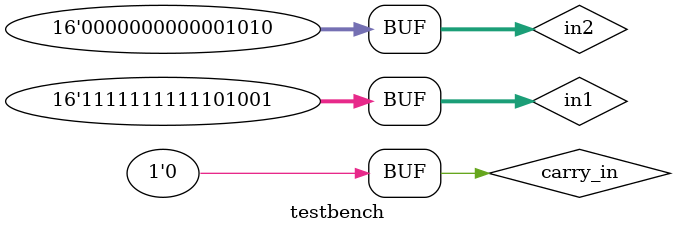
<source format=v>
`timescale 1ns/1ps
module CLA32bit(in1, in2, carry_in, sum, carry_out);
// input data length 
parameter data = 32;
// inputs
input [data -1 :0] in1;
input [data -1 :0] in2;
input carry_in;
//outputs
output [data -1 :0] sum;
output carry_out;

wire [data -1 :0] G; // carry generate
wire [data -1 :0] P; // carry propagate
wire [data :0] carry_tmp; // carry temporary

genvar j, i;
generate
 //carry_tmp = 0
 assign carry_tmp[0] = carry_in;
 
 //carry generator
 for(j = 0; j < data; j = j + 1) begin: carry_generator
	 assign G[j] = in1[j] & in2[j];
	 assign P[j] = in1[j] | in2[j];
	 assign carry_tmp[j+1] = G[j] | P[j] & carry_tmp[j];
	end
 
 //carry out 
 assign carry_out = carry_tmp[data];
 

 //Sum 
 for(i = 0; i < data; i = i+1) begin: sum_without_carry
		assign sum[i] = in1[i] ^ in2[i] ^ carry_tmp[i];
	end 
	
endgenerate

endmodule



module testbench();

parameter data = 16;

 reg carry_in; 
 reg [data-1:0] in1; 
 reg [data-1:0] in2; 
//
 wire carry_out; 
 wire [data-1:0] sum; 
 
CLA32bit cla1(/*AUTOINST*/
        //  Outputs
         .sum (sum[data-1:0]),
         .carry_out (carry_out),
        // Inputs
         .in1 (in1[data-1:0]),
         .in2 (in2[data-1:0]),
         .carry_in (carry_in));

 initial begin
  in1 = -32'd23;
  in2 = 32'd10;
  carry_in = 1'b0;
  end 
 

endmodule
</source>
